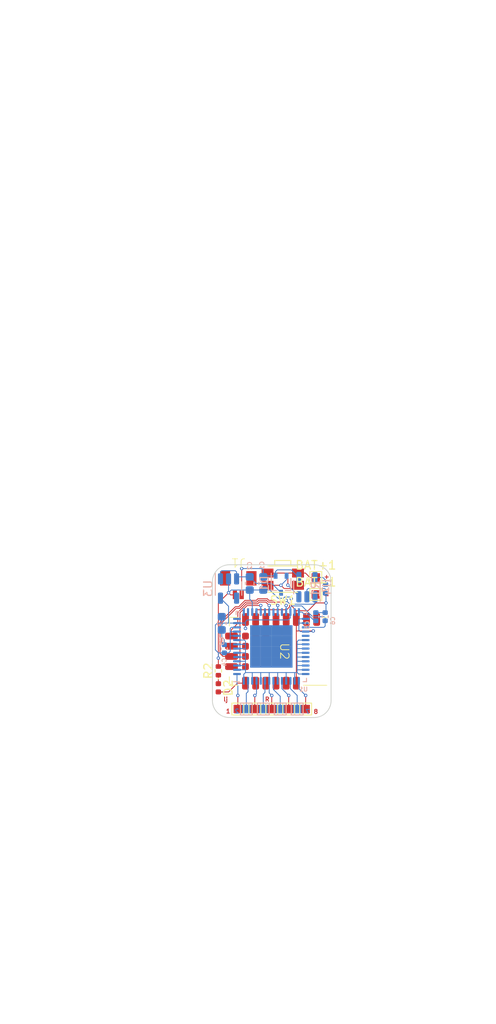
<source format=kicad_pcb>
(kicad_pcb (version 20221018) (generator pcbnew)
  (title_block (title "Anolis Brain Interface") (date "2023-11-20") (rev "0.1.0"))
  (layers (0 "F.Cu" signal) (31 "B.Cu" signal) (34 "B.Paste" user) (35 "F.Paste" user) (38 "B.Mask" user) (39 "F.Mask" user) (44 "Edge.Cuts" user))
  (net 0 "")
  (net 19 "/GND")
  (net 20 "/VDD")
  (net 21 "/RHD_~{CS}")
  (net 22 "/RHD_SCLK")
  (net 23 "/RHD_MOSI")
  (net 24 "/RHD_MISO")
  (net 25 "/SWDCLK")
  (net 26 "/SWDIO")
  (net 28 "Net-(U1-ADC_REF)")
  (net 29 "Net-(U1-IN4+)")
  (net 30 "Net-(U1-IN5+)")
  (net 31 "Net-(U1-IN6+)")
  (net 32 "Net-(U1-IN7+)")
  (net 33 "Net-(U1-IN8+)")
  (net 34 "Net-(U1-IN9+)")
  (net 35 "Net-(U1-IN10+)")
  (net 36 "Net-(U1-IN11+)")
  (net 37 "Net-(U1-IN0+)")
  (net 38 "Net-(U4-PROG)")
  (net 39 "Net-(SW1-B)")
  (net 40 "/5V")
  (net 41 "Net-(SW1-A)")
  (net 42 "/~{CHRG}")
  (net 43 "Net-(D2-K)")
  (net 44 "Net-(D2-A)")
  (net 45 "Net-(U3-IN)")
  (footprint "TestPoint:TestPoint_Pad_1.0x1.0mm" (layer "F.Cu") (at 133 98)
    (fp_text reference "REF1" hide)
    (fp_text value "TestPoint")
    (pad "1" smd rect (at 0 0) (size 1 1) (layers "F.Cu" "F.Mask") (net 37 "Net-(U1-IN0+)"))
  )
  (footprint "LED_SMD:LED_0402_1005Metric" (layer "F.Cu") (at 126.7 95.5 -90)
    (fp_text reference "D2" (at 0 -1.17 90) (layer "F.SilkS"))
    (fp_text value "LED")
    (pad "1" smd roundrect (at -0.485 0 270) (size 0.59 0.64) (layers "F.Cu" "F.Paste" "F.Mask") (net 43 "Net-(D2-K)"))
    (pad "2" smd roundrect (at 0.485 0 270) (size 0.59 0.64) (layers "F.Cu" "F.Paste" "F.Mask") (net 44 "Net-(D2-A)"))
  )
  (footprint "setebos:setebos-no-drc" (layer "F.Cu") (at 134 91.2 -90)
    (fp_text reference "U2" (at 0 -0.5 -90 unlocked) (layer "F.SilkS") (effects (font (thickness 0.1))))
    (fp_text value "Setebos-I")
    (pad "1" smd roundrect (at -3.75 -4.3 270) (size 1.5 0.8) (layers "F.Cu" "F.Paste" "F.Mask"))
    (pad "2" smd roundrect (at -3.75 -3.1 270) (size 1.5 0.8) (layers "F.Cu" "F.Paste" "F.Mask"))
    (pad "3" smd roundrect (at -3.75 -1.9 270) (size 1.5 0.8) (layers "F.Cu" "F.Paste" "F.Mask") (net 19 "/GND"))
    (pad "4" smd roundrect (at -3.75 -0.7 270) (size 1.5 0.8) (layers "F.Cu" "F.Paste" "F.Mask") (net 25 "/SWDCLK"))
    (pad "5" smd roundrect (at -3.75 0.5 270) (size 1.5 0.8) (layers "F.Cu" "F.Paste" "F.Mask") (net 26 "/SWDIO"))
    (pad "6" smd roundrect (at -3.75 1.7 270) (size 1.5 0.8) (layers "F.Cu" "F.Paste" "F.Mask"))
    (pad "7" smd roundrect (at -3.75 2.9 270) (size 1.5 0.8) (layers "F.Cu" "F.Paste" "F.Mask") (net 42 "/~{CHRG}"))
    (pad "8" smd roundrect (at -3.75 4.1 270) (size 1.5 0.8) (layers "F.Cu" "F.Paste" "F.Mask") (net 20 "/VDD"))
    (pad "9" smd roundrect (at -1.8 5.75) (size 1.5 0.8) (layers "F.Cu" "F.Paste" "F.Mask") (net 22 "/RHD_SCLK"))
    (pad "10" smd roundrect (at -0.6 5.75) (size 1.5 0.8) (layers "F.Cu" "F.Paste" "F.Mask") (net 23 "/RHD_MOSI"))
    (pad "11" smd roundrect (at 0.6 5.75) (size 1.5 0.8) (layers "F.Cu" "F.Paste" "F.Mask") (net 24 "/RHD_MISO"))
    (pad "12" smd roundrect (at 1.8 5.75) (size 1.5 0.8) (layers "F.Cu" "F.Paste" "F.Mask") (net 21 "/RHD_~{CS}"))
    (pad "13" smd roundrect (at 3.75 4.1 90) (size 1.5 0.8) (layers "F.Cu" "F.Paste" "F.Mask") (net 44 "Net-(D2-A)"))
    (pad "14" smd roundrect (at 3.75 2.9 90) (size 1.5 0.8) (layers "F.Cu" "F.Paste" "F.Mask"))
    (pad "15" smd roundrect (at 3.75 1.7 90) (size 1.5 0.8) (layers "F.Cu" "F.Paste" "F.Mask"))
    (pad "16" smd roundrect (at 3.75 0.5 90) (size 1.5 0.8) (layers "F.Cu" "F.Paste" "F.Mask"))
    (pad "17" smd roundrect (at 3.75 -0.7 90) (size 1.5 0.8) (layers "F.Cu" "F.Paste" "F.Mask"))
    (pad "18" smd roundrect (at 3.75 -1.9 90) (size 1.5 0.8) (layers "F.Cu" "F.Paste" "F.Mask") (net 19 "/GND"))
    (pad "B1" smd roundrect (at -1.8 1.7 90) (size 0.8 0.8) (layers "F.Cu" "F.Paste" "F.Mask"))
    (pad "B2" smd roundrect (at -1.8 2.9 90) (size 0.8 0.8) (layers "F.Cu" "F.Paste" "F.Mask"))
    (pad "B3" smd roundrect (at -1.8 4.1 90) (size 0.8 0.8) (layers "F.Cu" "F.Paste" "F.Mask"))
    (pad "B4" smd roundrect (at -0.6 4.1 90) (size 0.8 0.8) (layers "F.Cu" "F.Paste" "F.Mask"))
    (pad "B5" smd roundrect (at 0.6 4.1 90) (size 0.8 0.8) (layers "F.Cu" "F.Paste" "F.Mask"))
    (pad "B6" smd roundrect (at 1.8 4.1 90) (size 0.8 0.8) (layers "F.Cu" "F.Paste" "F.Mask"))
  )
  (footprint "TestPoint:TestPoint_Pad_1.0x1.0mm" (layer "F.Cu") (at 135 98)
    (fp_text reference "IN6" hide)
    (fp_text value "TestPoint")
    (pad "1" smd rect (at 0 0) (size 1 1) (layers "F.Cu" "F.Mask") (net 34 "Net-(U1-IN9+)"))
  )
  (footprint "zero-hachi:214721-0020" (layer "F.Cu") (at 129.05 81.75 180)
    (fp_text reference "J1" (at 0 1 180 unlocked) (layer "F.SilkS") (effects (font (thickness 0.1))))
    (fp_text value "214721-0020")
    (pad "1" smd rect (at -0.4 -2.8 180) (size 0.5 1) (layers "F.Cu" "F.Paste" "F.Mask") (net 40 "/5V"))
    (pad "2" smd rect (at 0.4 -2.8 180) (size 0.5 1) (layers "F.Cu" "F.Paste" "F.Mask") (net 19 "/GND"))
    (pad "A" smd rect (at -1.55 -0.85 180) (size 1.2 1.7) (layers "F.Cu" "F.Paste" "F.Mask"))
    (pad "B" smd rect (at 1.55 -0.85 180) (size 1.2 1.7) (layers "F.Cu" "F.Paste" "F.Mask"))
  )
  (footprint "TestPoint:TestPoint_Pad_1.0x1.0mm" (layer "F.Cu") (at 138.2 82.5)
    (fp_text reference "BAT+1" (at 0 -1.448) (layer "F.SilkS"))
    (fp_text value "TestPoint")
    (pad "1" smd rect (at 0 0) (size 1 1) (layers "F.Cu" "F.Mask") (net 39 "Net-(SW1-B)"))
  )
  (footprint "Resistor_SMD:R_0402_1005Metric" (layer "F.Cu") (at 126.7 93.5 90)
    (fp_text reference "R2" (at 0 -1.17 90) (layer "F.SilkS"))
    (fp_text value "1k")
    (pad "1" smd roundrect (at -0.51 0 90) (size 0.54 0.64) (layers "F.Cu" "F.Paste" "F.Mask") (net 43 "Net-(D2-K)"))
    (pad "2" smd roundrect (at 0.51 0 90) (size 0.54 0.64) (layers "F.Cu" "F.Paste" "F.Mask") (net 19 "/GND"))
  )
  (footprint "TestPoint:TestPoint_Pad_1.0x1.0mm" (layer "F.Cu") (at 129 98)
    (fp_text reference "IN1" hide)
    (fp_text value "TestPoint")
    (pad "1" smd rect (at 0 0) (size 1 1) (layers "F.Cu" "F.Mask") (net 29 "Net-(U1-IN4+)"))
  )
  (footprint "TestPoint:TestPoint_Pad_1.0x1.0mm" (layer "F.Cu") (at 131 98)
    (fp_text reference "IN3" hide)
    (fp_text value "TestPoint")
    (pad "1" smd rect (at 0 0) (size 1 1) (layers "F.Cu" "F.Mask") (net 31 "Net-(U1-IN6+)"))
  )
  (footprint "Button_Switch_SMD:SW_SPST_EVQP7A" (layer "F.Cu") (at 134.3 82.7 180)
    (fp_text reference "SW1" (at 0 -2.5) (layer "F.SilkS"))
    (fp_text value "EVQ-P7A01P ")
    (pad "1" smd rect (at -1.8 -0.72 180) (size 1.4 1.05) (layers "F.Cu" "F.Paste" "F.Mask") (net 41 "Net-(SW1-A)"))
    (pad "1" smd rect (at 1.8 -0.72 180) (size 1.4 1.05) (layers "F.Cu" "F.Paste" "F.Mask") (net 41 "Net-(SW1-A)"))
    (pad "2" smd rect (at -1.8 0.72 180) (size 1.4 1.05) (layers "F.Cu" "F.Paste" "F.Mask") (net 39 "Net-(SW1-B)"))
    (pad "2" smd rect (at 1.8 0.72 180) (size 1.4 1.05) (layers "F.Cu" "F.Paste" "F.Mask") (net 39 "Net-(SW1-B)"))
  )
  (footprint "TestPoint:TestPoint_Pad_1.0x1.0mm" (layer "F.Cu") (at 137 98)
    (fp_text reference "IN8" hide)
    (fp_text value "TestPoint")
    (pad "1" smd rect (at 0 0) (size 1 1) (layers "F.Cu" "F.Mask") (net 36 "Net-(U1-IN11+)"))
  )
  (footprint "TestPoint:TestPoint_Pad_1.0x1.0mm" (layer "F.Cu") (at 138.2 84.5)
    (fp_text reference "BAT-1" (at 0 -1.448) (layer "F.SilkS"))
    (fp_text value "TestPoint")
    (pad "1" smd rect (at 0 0) (size 1 1) (layers "F.Cu" "F.Mask") (net 19 "/GND"))
  )
  (footprint "Capacitor_SMD:C_0603_1608Metric" (layer "B.Cu") (at 132 83.2 -90)
    (fp_text reference "C1" (at -2.125 0.15 90) (layer "B.SilkS") (effects (font (size 0.5 0.5) (thickness 0.1) bold) (justify mirror)))
    (fp_text value "10µF, 16V")
    (pad "1" smd roundrect (at -0.775 0 270) (size 0.9 0.95) (layers "B.Cu" "B.Paste" "B.Mask") (net 40 "/5V"))
    (pad "2" smd roundrect (at 0.775 0 270) (size 0.9 0.95) (layers "B.Cu" "B.Paste" "B.Mask") (net 19 "/GND"))
  )
  (footprint "Package_TO_SOT_SMD:TSOT-23-5" (layer "B.Cu") (at 137.15 83.6375 90)
    (fp_text reference "U4" (at 0 2.4 90) (layer "B.SilkS") (effects (justify mirror)))
    (fp_text value "LTC4054ES5-4.2")
    (pad "1" smd roundrect (at -1.1375 0.95 90) (size 1.325 0.6) (layers "B.Cu" "B.Paste" "B.Mask") (net 42 "/~{CHRG}"))
    (pad "2" smd roundrect (at -1.1375 0 90) (size 1.325 0.6) (layers "B.Cu" "B.Paste" "B.Mask") (net 19 "/GND"))
    (pad "3" smd roundrect (at -1.1375 -0.95 90) (size 1.325 0.6) (layers "B.Cu" "B.Paste" "B.Mask") (net 39 "Net-(SW1-B)"))
    (pad "4" smd roundrect (at 1.1375 -0.95 90) (size 1.325 0.6) (layers "B.Cu" "B.Paste" "B.Mask") (net 40 "/5V"))
    (pad "5" smd roundrect (at 1.1375 0.95 90) (size 1.325 0.6) (layers "B.Cu" "B.Paste" "B.Mask") (net 38 "Net-(U4-PROG)"))
  )
  (footprint "Capacitor_SMD:C_0603_1608Metric" (layer "B.Cu") (at 127.1 87.9 90)
    (fp_text reference "C3" (at -2.075 0.025 90) (layer "B.SilkS") (effects (font (size 0.5 0.5) (thickness 0.1) bold) (justify mirror)))
    (fp_text value "10µF, 16V")
    (pad "1" smd roundrect (at -0.775 0 90) (size 0.9 0.95) (layers "B.Cu" "B.Paste" "B.Mask") (net 20 "/VDD"))
    (pad "2" smd roundrect (at 0.775 0 90) (size 0.9 0.95) (layers "B.Cu" "B.Paste" "B.Mask") (net 19 "/GND"))
  )
  (footprint "Capacitor_SMD:C_0402_1005Metric" (layer "B.Cu") (at 127.4 90.9 -90)
    (fp_text reference "C4" (at 1.58 0 90) (layer "B.SilkS") (effects (font (size 0.5 0.5) (thickness 0.1) bold) (justify mirror)))
    (fp_text value "100nF, 16V")
    (pad "1" smd roundrect (at -0.48 0 270) (size 0.56 0.62) (layers "B.Cu" "B.Paste" "B.Mask") (net 20 "/VDD"))
    (pad "2" smd roundrect (at 0.48 0 270) (size 0.56 0.62) (layers "B.Cu" "B.Paste" "B.Mask") (net 19 "/GND"))
  )
  (footprint "Capacitor_SMD:C_0402_1005Metric" (layer "B.Cu") (at 138.2 87.12 90)
    (fp_text reference "C5" (at -0.98 -1 90) (layer "B.SilkS") (effects (font (size 0.5 0.5) (thickness 0.1) bold) (justify mirror)))
    (fp_text value "10nF, 16V")
    (pad "1" smd roundrect (at -0.48 0 90) (size 0.56 0.62) (layers "B.Cu" "B.Paste" "B.Mask") (net 28 "Net-(U1-ADC_REF)"))
    (pad "2" smd roundrect (at 0.48 0 90) (size 0.56 0.62) (layers "B.Cu" "B.Paste" "B.Mask") (net 19 "/GND"))
  )
  (footprint "Capacitor_SMD:C_0603_1608Metric" (layer "B.Cu") (at 130.4 83.2 -90)
    (fp_text reference "C2" (at -2.075 0 90) (layer "B.SilkS") (effects (font (size 0.5 0.5) (thickness 0.1) bold) (justify mirror)))
    (fp_text value "10µF, 16V")
    (pad "1" smd roundrect (at -0.775 0 270) (size 0.9 0.95) (layers "B.Cu" "B.Paste" "B.Mask") (net 45 "Net-(U3-IN)"))
    (pad "2" smd roundrect (at 0.775 0 270) (size 0.9 0.95) (layers "B.Cu" "B.Paste" "B.Mask") (net 19 "/GND"))
  )
  (footprint "Resistor_SMD:R_0402_1005Metric" (layer "B.Cu") (at 139.35 83.85 -90)
    (fp_text reference "R1" (at 0 1.17 90) (layer "B.SilkS") (effects (justify mirror)))
    (fp_text value "50k")
    (pad "1" smd roundrect (at -0.51 0 270) (size 0.54 0.64) (layers "B.Cu" "B.Paste" "B.Mask") (net 38 "Net-(U4-PROG)"))
    (pad "2" smd roundrect (at 0.51 0 270) (size 0.54 0.64) (layers "B.Cu" "B.Paste" "B.Mask") (net 19 "/GND"))
  )
  (footprint "Package_TO_SOT_SMD:SOT-323_SC-70" (layer "B.Cu") (at 134.1 83.3 -90)
    (fp_text reference "D1" (at -0.05 1.95 90) (layer "B.SilkS") (effects (justify mirror)))
    (fp_text value "BAT54CW")
    (pad "1" smd rect (at -1 0.65) (size 0.45 0.7) (layers "B.Cu" "B.Paste" "B.Mask") (net 40 "/5V"))
    (pad "2" smd rect (at -1 -0.65) (size 0.45 0.7) (layers "B.Cu" "B.Paste" "B.Mask") (net 41 "Net-(SW1-A)"))
    (pad "3" smd rect (at 1 0) (size 0.45 0.7) (layers "B.Cu" "B.Paste" "B.Mask") (net 45 "Net-(U3-IN)"))
  )
  (footprint "TestPoint:TestPoint_Pad_1.0x1.0mm" (layer "B.Cu") (at 132 98 180)
    (fp_text reference "IN4" hide)
    (fp_text value "TestPoint")
    (pad "1" smd rect (at 0 0 180) (size 1 1) (layers "B.Cu" "B.Mask") (net 32 "Net-(U1-IN7+)"))
  )
  (footprint "Package_TO_SOT_SMD:TSOT-23-5" (layer "B.Cu") (at 127.9 83.8 -90)
    (fp_text reference "U3" (at 0 2.4 90) (layer "B.SilkS") (effects (justify mirror)))
    (fp_text value "TPS70933")
    (pad "1" smd roundrect (at -1.1375 0.95 270) (size 1.325 0.6) (layers "B.Cu" "B.Paste" "B.Mask") (net 45 "Net-(U3-IN)"))
    (pad "2" smd roundrect (at -1.1375 0 270) (size 1.325 0.6) (layers "B.Cu" "B.Paste" "B.Mask") (net 19 "/GND"))
    (pad "3" smd roundrect (at -1.1375 -0.95 270) (size 1.325 0.6) (layers "B.Cu" "B.Paste" "B.Mask"))
    (pad "4" smd roundrect (at 1.1375 -0.95 270) (size 1.325 0.6) (layers "B.Cu" "B.Paste" "B.Mask"))
    (pad "5" smd roundrect (at 1.1375 0.95 270) (size 1.325 0.6) (layers "B.Cu" "B.Paste" "B.Mask") (net 20 "/VDD"))
  )
  (footprint "Capacitor_SMD:C_0402_1005Metric" (layer "B.Cu") (at 139.3 87.12 90)
    (fp_text reference "C6" (at -0.48 0.9 90) (layer "B.SilkS") (effects (font (size 0.5 0.5) (thickness 0.1) bold) (justify mirror)))
    (fp_text value "100nF, 16V")
    (pad "1" smd roundrect (at -0.48 0 90) (size 0.56 0.62) (layers "B.Cu" "B.Paste" "B.Mask") (net 20 "/VDD"))
    (pad "2" smd roundrect (at 0.48 0 90) (size 0.56 0.62) (layers "B.Cu" "B.Paste" "B.Mask") (net 19 "/GND"))
  )
  (footprint "intan:QFN-56-EP" (layer "B.Cu") (at 132.95 90.625)
    (fp_text reference "U1" (at 3.8 5.05) (layer "B.SilkS") (effects (font (size 0.5 0.5) (thickness 0.1) bold) (justify mirror)))
    (fp_text value "RHD2216")
    (pad "1" smd roundrect (at -4.05 3.25 270) (size 0.25 0.9) (layers "B.Cu" "B.Paste" "B.Mask") (net 29 "Net-(U1-IN4+)"))
    (pad "2" smd roundrect (at -4.05 2.75 270) (size 0.25 0.9) (layers "B.Cu" "B.Paste" "B.Mask") (net 37 "Net-(U1-IN0+)"))
    (pad "3" smd roundrect (at -4.05 2.25 270) (size 0.25 0.9) (layers "B.Cu" "B.Paste" "B.Mask") (net 37 "Net-(U1-IN0+)"))
    (pad "4" smd roundrect (at -4.05 1.75 270) (size 0.25 0.9) (layers "B.Cu" "B.Paste" "B.Mask") (net 37 "Net-(U1-IN0+)"))
    (pad "5" smd roundrect (at -4.05 1.25 270) (size 0.25 0.9) (layers "B.Cu" "B.Paste" "B.Mask") (net 37 "Net-(U1-IN0+)"))
    (pad "6" smd roundrect (at -4.05 0.75 270) (size 0.25 0.9) (layers "B.Cu" "B.Paste" "B.Mask") (net 37 "Net-(U1-IN0+)"))
    (pad "7" smd roundrect (at -4.05 0.25 270) (size 0.25 0.9) (layers "B.Cu" "B.Paste" "B.Mask") (net 37 "Net-(U1-IN0+)"))
    (pad "8" smd roundrect (at -4.05 -0.25 270) (size 0.25 0.9) (layers "B.Cu" "B.Paste" "B.Mask") (net 37 "Net-(U1-IN0+)"))
    (pad "9" smd roundrect (at -4.05 -0.75 270) (size 0.25 0.9) (layers "B.Cu" "B.Paste" "B.Mask") (net 37 "Net-(U1-IN0+)"))
    (pad "10" smd roundrect (at -4.05 -1.25 270) (size 0.25 0.9) (layers "B.Cu" "B.Paste" "B.Mask") (net 19 "/GND"))
    (pad "11" smd roundrect (at -4.05 -1.75 270) (size 0.25 0.9) (layers "B.Cu" "B.Paste" "B.Mask") (net 19 "/GND"))
    (pad "12" smd roundrect (at -4.05 -2.25 270) (size 0.25 0.9) (layers "B.Cu" "B.Paste" "B.Mask") (net 19 "/GND"))
    (pad "13" smd roundrect (at -4.05 -2.75 270) (size 0.25 0.9) (layers "B.Cu" "B.Paste" "B.Mask") (net 20 "/VDD"))
    (pad "14" smd roundrect (at -4.05 -3.25 270) (size 0.25 0.9) (layers "B.Cu" "B.Paste" "B.Mask"))
    (pad "15" smd roundrect (at -3.25 -4.05) (size 0.25 0.9) (layers "B.Cu" "B.Paste" "B.Mask"))
    (pad "16" smd roundrect (at -2.75 -4.05) (size 0.25 0.9) (layers "B.Cu" "B.Paste" "B.Mask"))
    (pad "17" smd roundrect (at -2.25 -4.05) (size 0.25 0.9) (layers "B.Cu" "B.Paste" "B.Mask") (net 19 "/GND"))
    (pad "18" smd roundrect (at -1.75 -4.05) (size 0.25 0.9) (layers "B.Cu" "B.Paste" "B.Mask"))
    (pad "19" smd roundrect (at -1.25 -4.05) (size 0.25 0.9) (layers "B.Cu" "B.Paste" "B.Mask") (net 21 "/RHD_~{CS}"))
    (pad "20" smd roundrect (at -0.75 -4.05) (size 0.25 0.9) (layers "B.Cu" "B.Paste" "B.Mask"))
    (pad "21" smd roundrect (at -0.25 -4.05) (size 0.25 0.9) (layers "B.Cu" "B.Paste" "B.Mask") (net 22 "/RHD_SCLK"))
    (pad "22" smd roundrect (at 0.25 -4.05) (size 0.25 0.9) (layers "B.Cu" "B.Paste" "B.Mask"))
    (pad "23" smd roundrect (at 0.75 -4.05) (size 0.25 0.9) (layers "B.Cu" "B.Paste" "B.Mask") (net 23 "/RHD_MOSI"))
    (pad "24" smd roundrect (at 1.25 -4.05) (size 0.25 0.9) (layers "B.Cu" "B.Paste" "B.Mask"))
    (pad "25" smd roundrect (at 1.75 -4.05) (size 0.25 0.9) (layers "B.Cu" "B.Paste" "B.Mask") (net 24 "/RHD_MISO"))
    (pad "26" smd roundrect (at 2.25 -4.05) (size 0.25 0.9) (layers "B.Cu" "B.Paste" "B.Mask") (net 20 "/VDD"))
    (pad "27" smd roundrect (at 2.75 -4.05) (size 0.25 0.9) (layers "B.Cu" "B.Paste" "B.Mask"))
    (pad "28" smd roundrect (at 3.25 -4.05) (size 0.25 0.9) (layers "B.Cu" "B.Paste" "B.Mask") (net 28 "Net-(U1-ADC_REF)"))
    (pad "29" smd roundrect (at 4.05 -3.25 270) (size 0.25 0.9) (layers "B.Cu" "B.Paste" "B.Mask") (net 19 "/GND"))
    (pad "30" smd roundrect (at 4.05 -2.75 270) (size 0.25 0.9) (layers "B.Cu" "B.Paste" "B.Mask") (net 19 "/GND"))
    (pad "31" smd roundrect (at 4.05 -2.25 270) (size 0.25 0.9) (layers "B.Cu" "B.Paste" "B.Mask") (net 20 "/VDD"))
    (pad "32" smd roundrect (at 4.05 -1.75 270) (size 0.25 0.9) (layers "B.Cu" "B.Paste" "B.Mask") (net 19 "/GND"))
    (pad "33" smd roundrect (at 4.05 -1.25 270) (size 0.25 0.9) (layers "B.Cu" "B.Paste" "B.Mask"))
    (pad "34" smd roundrect (at 4.05 -0.75 270) (size 0.25 0.9) (layers "B.Cu" "B.Paste" "B.Mask") (net 37 "Net-(U1-IN0+)"))
    (pad "35" smd roundrect (at 4.05 -0.25 270) (size 0.25 0.9) (layers "B.Cu" "B.Paste" "B.Mask") (net 37 "Net-(U1-IN0+)"))
    (pad "36" smd roundrect (at 4.05 0.25 270) (size 0.25 0.9) (layers "B.Cu" "B.Paste" "B.Mask") (net 37 "Net-(U1-IN0+)"))
    (pad "37" smd roundrect (at 4.05 0.75 270) (size 0.25 0.9) (layers "B.Cu" "B.Paste" "B.Mask") (net 37 "Net-(U1-IN0+)"))
    (pad "38" smd roundrect (at 4.05 1.25 270) (size 0.25 0.9) (layers "B.Cu" "B.Paste" "B.Mask") (net 37 "Net-(U1-IN0+)"))
    (pad "39" smd roundrect (at 4.05 1.75 270) (size 0.25 0.9) (layers "B.Cu" "B.Paste" "B.Mask") (net 37 "Net-(U1-IN0+)"))
    (pad "40" smd roundrect (at 4.05 2.25 270) (size 0.25 0.9) (layers "B.Cu" "B.Paste" "B.Mask") (net 37 "Net-(U1-IN0+)"))
    (pad "41" smd roundrect (at 4.05 2.75 270) (size 0.25 0.9) (layers "B.Cu" "B.Paste" "B.Mask") (net 37 "Net-(U1-IN0+)"))
    (pad "42" smd roundrect (at 4.05 3.25 270) (size 0.25 0.9) (layers "B.Cu" "B.Paste" "B.Mask") (net 37 "Net-(U1-IN0+)"))
    (pad "43" smd roundrect (at 3.25 4.05) (size 0.25 0.9) (layers "B.Cu" "B.Paste" "B.Mask") (net 36 "Net-(U1-IN11+)"))
    (pad "44" smd roundrect (at 2.75 4.05) (size 0.25 0.9) (layers "B.Cu" "B.Paste" "B.Mask") (net 37 "Net-(U1-IN0+)"))
    (pad "45" smd roundrect (at 2.25 4.05) (size 0.25 0.9) (layers "B.Cu" "B.Paste" "B.Mask") (net 35 "Net-(U1-IN10+)"))
    (pad "46" smd roundrect (at 1.75 4.05) (size 0.25 0.9) (layers "B.Cu" "B.Paste" "B.Mask") (net 37 "Net-(U1-IN0+)"))
    (pad "47" smd roundrect (at 1.25 4.05) (size 0.25 0.9) (layers "B.Cu" "B.Paste" "B.Mask") (net 34 "Net-(U1-IN9+)"))
    (pad "48" smd roundrect (at 0.75 4.05) (size 0.25 0.9) (layers "B.Cu" "B.Paste" "B.Mask") (net 37 "Net-(U1-IN0+)"))
    (pad "49" smd roundrect (at 0.25 4.05) (size 0.25 0.9) (layers "B.Cu" "B.Paste" "B.Mask") (net 33 "Net-(U1-IN8+)"))
    (pad "50" smd roundrect (at -0.25 4.05) (size 0.25 0.9) (layers "B.Cu" "B.Paste" "B.Mask") (net 37 "Net-(U1-IN0+)"))
    (pad "51" smd roundrect (at -0.75 4.05) (size 0.25 0.9) (layers "B.Cu" "B.Paste" "B.Mask") (net 32 "Net-(U1-IN7+)"))
    (pad "52" smd roundrect (at -1.25 4.05) (size 0.25 0.9) (layers "B.Cu" "B.Paste" "B.Mask") (net 37 "Net-(U1-IN0+)"))
    (pad "53" smd roundrect (at -1.75 4.05) (size 0.25 0.9) (layers "B.Cu" "B.Paste" "B.Mask") (net 31 "Net-(U1-IN6+)"))
    (pad "54" smd roundrect (at -2.25 4.05) (size 0.25 0.9) (layers "B.Cu" "B.Paste" "B.Mask") (net 37 "Net-(U1-IN0+)"))
    (pad "55" smd roundrect (at -2.75 4.05) (size 0.25 0.9) (layers "B.Cu" "B.Paste" "B.Mask") (net 30 "Net-(U1-IN5+)"))
    (pad "56" smd roundrect (at -3.25 4.05) (size 0.25 0.9) (layers "B.Cu" "B.Paste" "B.Mask") (net 37 "Net-(U1-IN0+)"))
    (pad "57" smd rect (at -1.875 -1.875) (size 1.25 1.25) (layers "B.Cu" "B.Paste" "B.Mask"))
    (pad "57" smd rect (at -1.875 -0.625) (size 1.25 1.25) (layers "B.Cu" "B.Paste" "B.Mask"))
    (pad "57" smd rect (at -1.875 0.625) (size 1.25 1.25) (layers "B.Cu" "B.Paste" "B.Mask"))
    (pad "57" smd rect (at -1.875 1.875) (size 1.25 1.25) (layers "B.Cu" "B.Paste" "B.Mask"))
    (pad "57" smd rect (at -0.625 -1.875) (size 1.25 1.25) (layers "B.Cu" "B.Paste" "B.Mask"))
    (pad "57" smd rect (at -0.625 -0.625) (size 1.25 1.25) (layers "B.Cu" "B.Paste" "B.Mask"))
    (pad "57" smd rect (at -0.625 0.625) (size 1.25 1.25) (layers "B.Cu" "B.Paste" "B.Mask"))
    (pad "57" smd rect (at -0.625 1.875) (size 1.25 1.25) (layers "B.Cu" "B.Paste" "B.Mask"))
    (pad "57" smd rect (at 0.625 -1.875) (size 1.25 1.25) (layers "B.Cu" "B.Paste" "B.Mask"))
    (pad "57" smd rect (at 0.625 -0.625) (size 1.25 1.25) (layers "B.Cu" "B.Paste" "B.Mask"))
    (pad "57" smd rect (at 0.625 0.625) (size 1.25 1.25) (layers "B.Cu" "B.Paste" "B.Mask"))
    (pad "57" smd rect (at 0.625 1.875) (size 1.25 1.25) (layers "B.Cu" "B.Paste" "B.Mask"))
    (pad "57" smd rect (at 1.875 -1.875) (size 1.25 1.25) (layers "B.Cu" "B.Paste" "B.Mask"))
    (pad "57" smd rect (at 1.875 -0.625) (size 1.25 1.25) (layers "B.Cu" "B.Paste" "B.Mask"))
    (pad "57" smd rect (at 1.875 0.625) (size 1.25 1.25) (layers "B.Cu" "B.Paste" "B.Mask"))
    (pad "57" smd rect (at 1.875 1.875) (size 1.25 1.25) (layers "B.Cu" "B.Paste" "B.Mask"))
  )
  (footprint "TestPoint:TestPoint_Pad_1.0x1.0mm" (layer "B.Cu") (at 136 98 180)
    (fp_text reference "IN7" hide)
    (fp_text value "TestPoint")
    (pad "1" smd rect (at 0 0 180) (size 1 1) (layers "B.Cu" "B.Mask") (net 35 "Net-(U1-IN10+)"))
  )
  (footprint "TestPoint:TestPoint_Pad_1.0x1.0mm" (layer "B.Cu") (at 130 98 180)
    (fp_text reference "IN2" hide)
    (fp_text value "TestPoint")
    (pad "1" smd rect (at 0 0 180) (size 1 1) (layers "B.Cu" "B.Mask") (net 30 "Net-(U1-IN5+)"))
  )
  (footprint "TestPoint:TestPoint_Pad_1.0x1.0mm" (layer "B.Cu") (at 134 98 180)
    (fp_text reference "IN5" hide)
    (fp_text value "TestPoint")
    (pad "1" smd rect (at 0 0 180) (size 1 1) (layers "B.Cu" "B.Mask") (net 33 "Net-(U1-IN8+)"))
  )
  (gr_line (start 140 97) (end 140 83) (stroke (width 0.1)) (layer "Edge.Cuts"))
  (gr_arc (start 126 83) (mid 126.585786 81.585786) (end 128 81) (stroke (width 0.1)) (layer "Edge.Cuts"))
  (gr_line (start 126 97) (end 126 83) (stroke (width 0.1)) (layer "Edge.Cuts"))
  (gr_arc (start 140 97) (mid 139.414214 98.414214) (end 138 99) (stroke (width 0.1)) (layer "Edge.Cuts"))
  (gr_arc (start 138 81) (mid 139.414214 81.585786) (end 140 83) (stroke (width 0.1)) (layer "Edge.Cuts"))
  (gr_line (start 138 81) (end 128 81) (stroke (width 0.1)) (layer "Edge.Cuts"))
  (gr_line (start 138 99) (end 128 99) (stroke (width 0.1)) (layer "Edge.Cuts"))
  (gr_arc (start 128 99) (mid 126.585786 98.414214) (end 126 97) (stroke (width 0.1)) (layer "Edge.Cuts"))
  (gr_text "lj" (at 127.25 97.15) (layer "F.Cu") (effects (font (size 0.5 0.5) (thickness 0.1) bold) (justify left bottom)))
  (gr_text "8" (at 137.9 98.6) (layer "F.Cu") (effects (font (size 0.5 0.5) (thickness 0.1)) (justify left bottom)))
  (gr_text "-" (at 139.1 84.9) (layer "F.Cu") (effects (font (size 0.5 0.5) (thickness 0.1)) (justify left bottom)))
  (gr_text "1" (at 127.55 98.55) (layer "F.Cu") (effects (font (size 0.5 0.5) (thickness 0.1)) (justify left bottom)))
  (gr_text "R" (at 132.15 97.15) (layer "F.Cu") (effects (font (size 0.5 0.5) (thickness 0.1)) (justify left bottom)))
  (gr_text "+" (at 139.1 82.7) (layer "F.Cu") (effects (font (size 0.5 0.5) (thickness 0.1)) (justify left bottom)))
  (gr_text "2" (at 129.2 98.55) (layer "B.Cu") (effects (font (size 0.5 0.5) (thickness 0.1)) (justify left bottom mirror)))
  (gr_text "7" (at 137.55 98.6) (layer "B.Cu") (effects (font (size 0.5 0.5) (thickness 0.1)) (justify left bottom mirror)))
  (segment (start 133 83.2) (end 134.1 84.3) (width 0.1) (layer "B.Cu") (net 0))
  (segment (start 130.4 82.425) (end 129.0875 82.425) (width 0.1) (layer "B.Cu") (net 0))
  (segment (start 128.85 81.85) (end 128.7 81.7) (width 0.1) (layer "B.Cu") (net 0))
  (segment (start 128.85 82.6625) (end 128.85 81.85) (width 0.1) (layer "B.Cu") (net 0))
  (segment (start 128.7 81.7) (end 127.1 81.7) (width 0.1) (layer "B.Cu") (net 0))
  (segment (start 126.95 81.85) (end 127.1 81.7) (width 0.1) (layer "B.Cu") (net 0))
  (segment (start 131.175 83.2) (end 133 83.2) (width 0.1) (layer "B.Cu") (net 0))
  (segment (start 130.4 82.425) (end 131.175 83.2) (width 0.1) (layer "B.Cu") (net 0))
  (segment (start 129.0875 82.425) (end 128.85 82.6625) (width 0.1) (layer "B.Cu") (net 0))
  (segment (start 126.95 82.6625) (end 126.95 81.85) (width 0.1) (layer "B.Cu") (net 0))
  (segment (start 135.3 85) (end 135.3 85.8) (width 0.1) (layer "F.Cu") (net 19))
  (segment (start 135.3 85.8) (end 135.9 86.4) (width 0.1) (layer "F.Cu") (net 19))
  (segment (start 135.9 86.4) (end 135.9 87.45) (width 0.1) (layer "F.Cu") (net 19))
  (segment (start 135.9 88.8) (end 135.9 94.95) (width 0.1) (layer "F.Cu") (net 19))
  (segment (start 126.7 85.5) (end 127.9 84.3) (width 0.1) (layer "F.Cu") (net 19))
  (segment (start 137.9 88.8) (end 135.9 88.8) (width 0.1) (layer "F.Cu") (net 19))
  (segment (start 135.9 86.4) (end 137.3 86.4) (width 0.1) (layer "F.Cu") (net 19))
  (segment (start 139.4 85.5) (end 138.2 85.5) (width 0.1) (layer "F.Cu") (net 19))
  (segment (start 135.9 87.45) (end 135.9 88.8) (width 0.1) (layer "F.Cu") (net 19))
  (segment (start 126.7 92) (end 126.7 92.99) (width 0.1) (layer "F.Cu") (net 19))
  (segment (start 126.7 92) (end 126.7 85.5) (width 0.1) (layer "F.Cu") (net 19))
  (segment (start 128.15 84.55) (end 127.9 84.3) (width 0.1) (layer "F.Cu") (net 19))
  (segment (start 137.3 86.4) (end 138.2 85.5) (width 0.1) (layer "F.Cu") (net 19))
  (segment (start 138.2 85.5) (end 138.2 84.5) (width 0.1) (layer "F.Cu") (net 19))
  (segment (start 128.65 84.55) (end 128.15 84.55) (width 0.1) (layer "F.Cu") (net 19))
  (via (at 135.3 85) (size 0.4) (drill 0.2) (layers "F.Cu" "B.Cu") (net 19))
  (via (at 126.7 92) (size 0.4) (drill 0.2) (layers "F.Cu" "B.Cu") (net 19))
  (via (at 137.9 88.8) (size 0.4) (drill 0.2) (layers "F.Cu" "B.Cu") (net 19))
  (via (at 139.4 85.5) (size 0.4) (drill 0.2) (layers "F.Cu" "B.Cu") (net 19))
  (via (at 127.9 84.3) (size 0.4) (drill 0.2) (layers "F.Cu" "B.Cu") (net 19))
  (segment (start 128.1 88.5) (end 128.225 88.375) (width 0.1) (layer "B.Cu") (net 19))
  (segment (start 127.4 91.38) (end 127.92 91.38) (width 0.1) (layer "B.Cu") (net 19))
  (segment (start 128.1 91.2) (end 128.1 89.4) (width 0.1) (layer "B.Cu") (net 19))
  (segment (start 126.35 88.1) (end 126.55 87.9) (width 0.1) (layer "B.Cu") (net 19))
  (segment (start 136.325 87.375) (end 137 87.375) (width 0.1) (layer "B.Cu") (net 19))
  (segment (start 137 88.875) (end 136.375 88.875) (width 0.1) (layer "B.Cu") (net 19))
  (segment (start 137 87.875) (end 136.225 87.875) (width 0.1) (layer "B.Cu") (net 19))
  (segment (start 130.4 83.975) (end 130.4 85.05) (width 0.1) (layer "B.Cu") (net 19))
  (segment (start 139.25 83.8) (end 137.3 83.8) (width 0.1) (layer "B.Cu") (net 19))
  (segment (start 139.4 86.54) (end 139.3 86.64) (width 0.1) (layer "B.Cu") (net 19))
  (segment (start 126.55 87.9) (end 126.95 87.9) (width 0.1) (layer "B.Cu") (net 19))
  (segment (start 128.9 88.875) (end 128.125 88.875) (width 0.1) (layer "B.Cu") (net 19))
  (segment (start 130.7 85.35) (end 130.7 86.575) (width 0.1) (layer "B.Cu") (net 19))
  (segment (start 135.1 84.8) (end 135.3 85) (width 0.1) (layer "B.Cu") (net 19))
  (segment (start 128.125 89.375) (end 128.1 89.4) (width 0.1) (layer "B.Cu") (net 19))
  (segment (start 138.2 86.64) (end 139.3 86.64) (width 0.1) (layer "B.Cu") (net 19))
  (segment (start 134.534314 84.8) (end 135.1 84.8) (width 0.1) (layer "B.Cu") (net 19))
  (segment (start 130.4 85.05) (end 130.7 85.35) (width 0.1) (layer "B.Cu") (net 19))
  (segment (start 139.4 85.5) (end 139.4 86.54) (width 0.1) (layer "B.Cu") (net 19))
  (segment (start 137.9 88.8) (end 137.825 88.875) (width 0.1) (layer "B.Cu") (net 19))
  (segment (start 126.7 92) (end 126.7 91.38) (width 0.1) (layer "B.Cu") (net 19))
  (segment (start 127.9 82.6625) (end 127.9 83.5) (width 0.1) (layer "B.Cu") (net 19))
  (segment (start 136.2 87.5) (end 136.325 87.375) (width 0.1) (layer "B.Cu") (net 19))
  (segment (start 128.1 89.4) (end 128.1 88.9) (width 0.1) (layer "B.Cu") (net 19))
  (segment (start 128.9 89.375) (end 128.125 89.375) (width 0.1) (layer "B.Cu") (net 19))
  (segment (start 126.7 91.38) (end 126.35 91.03) (width 0.1) (layer "B.Cu") (net 19))
  (segment (start 126.35 91.03) (end 126.35 88.1) (width 0.1) (layer "B.Cu") (net 19))
  (segment (start 139.4 85.5) (end 139.4 83.95) (width 0.1) (layer "B.Cu") (net 19))
  (segment (start 132 83.975) (end 132.775 83.975) (width 0.1) (layer "B.Cu") (net 19))
  (segment (start 128.225 88.375) (end 128.9 88.375) (width 0.1) (layer "B.Cu") (net 19))
  (segment (start 137.825 88.875) (end 137 88.875) (width 0.1) (layer "B.Cu") (net 19))
  (segment (start 127.92 91.38) (end 128.1 91.2) (width 0.1) (layer "B.Cu") (net 19))
  (segment (start 127.1 87.75) (end 127.1 87.125) (width 0.1) (layer "B.Cu") (net 19))
  (segment (start 139.4 83.95) (end 139.25 83.8) (width 0.1) (layer "B.Cu") (net 19))
  (segment (start 128.1 88.9) (end 128.1 88.5) (width 0.1) (layer "B.Cu") (net 19))
  (segment (start 137.3 83.8) (end 137.15 83.95) (width 0.1) (layer "B.Cu") (net 19))
  (segment (start 127.9 84.3) (end 127.9 83.5) (width 0.1) (layer "B.Cu") (net 19))
  (segment (start 126.7 91.38) (end 127.4 91.38) (width 0.1) (layer "B.Cu") (net 19))
  (segment (start 136.225 87.875) (end 136.2 87.85) (width 0.1) (layer "B.Cu") (net 19))
  (segment (start 136.2 88.7) (end 136.2 87.5) (width 0.1) (layer "B.Cu") (net 19))
  (segment (start 126.95 87.9) (end 127.1 87.75) (width 0.1) (layer "B.Cu") (net 19))
  (segment (start 133.75 84.95) (end 134.384314 84.95) (width 0.1) (layer "B.Cu") (net 19))
  (segment (start 128.225 83.975) (end 127.9 84.3) (width 0.1) (layer "B.Cu") (net 19))
  (segment (start 132 83.975) (end 130.4 83.975) (width 0.1) (layer "B.Cu") (net 19))
  (segment (start 134.384314 84.95) (end 134.534314 84.8) (width 0.1) (layer "B.Cu") (net 19))
  (segment (start 138.135 86.575) (end 138.2 86.64) (width 0.1) (layer "B.Cu") (net 19))
  (segment (start 136.375 88.875) (end 136.2 88.7) (width 0.1) (layer "B.Cu") (net 19))
  (segment (start 137.15 83.95) (end 137.15 84.775) (width 0.1) (layer "B.Cu") (net 19))
  (segment (start 132.775 83.975) (end 133.75 84.95) (width 0.1) (layer "B.Cu") (net 19))
  (segment (start 130.4 83.975) (end 128.225 83.975) (width 0.1) (layer "B.Cu") (net 19))
  (segment (start 128.125 88.875) (end 128.1 88.9) (width 0.1) (layer "B.Cu") (net 19))
  (segment (start 129.9 87.45) (end 129.9 88.5) (width 0.1) (layer "F.Cu") (net 20))
  (via (at 129.9 88.5) (size 0.4) (drill 0.2) (layers "F.Cu" "B.Cu") (net 20))
  (segment (start 135.4 85.85) (end 136.55 85.85) (width 0.1) (layer "B.Cu") (net 20))
  (segment (start 135.2 86.575) (end 135.2 86.05) (width 0.1) (layer "B.Cu") (net 20))
  (segment (start 127.9 87.875) (end 127.275 87.875) (width 0.1) (layer "B.Cu") (net 20))
  (segment (start 137.825 87.125) (end 139.175 87.125) (width 0.1) (layer "B.Cu") (net 20))
  (segment (start 135.2 87.25) (end 134.95 87.5) (width 0.1) (layer "B.Cu") (net 20))
  (segment (start 136.55 85.85) (end 137.825 87.125) (width 0.1) (layer "B.Cu") (net 20))
  (segment (start 139.3 87.25) (end 139.3 87.6) (width 0.1) (layer "B.Cu") (net 20))
  (segment (start 127.9 85.8875) (end 127.9 87.875) (width 0.1) (layer "B.Cu") (net 20))
  (segment (start 130.1 87.5) (end 129.9 87.7) (width 0.1) (layer "B.Cu") (net 20))
  (segment (start 127.4 90.42) (end 127.4 89.8) (width 0.1) (layer "B.Cu") (net 20))
  (segment (start 129.9 88) (end 129.9 88.5) (width 0.1) (layer "B.Cu") (net 20))
  (segment (start 126.95 84.9375) (end 127.9 85.8875) (width 0.1) (layer "B.Cu") (net 20))
  (segment (start 129.9 87.875) (end 128.9 87.875) (width 0.1) (layer "B.Cu") (net 20))
  (segment (start 127.1 88.05) (end 127.1 88.675) (width 0.1) (layer "B.Cu") (net 20))
  (segment (start 139.3 88.225) (end 139.15 88.375) (width 0.1) (layer "B.Cu") (net 20))
  (segment (start 135.2 86.05) (end 135.4 85.85) (width 0.1) (layer "B.Cu") (net 20))
  (segment (start 129.9 88) (end 129.9 87.875) (width 0.1) (layer "B.Cu") (net 20))
  (segment (start 139.3 87.6) (end 139.3 88.225) (width 0.1) (layer "B.Cu") (net 20))
  (segment (start 127.4 89.8) (end 127.1 89.5) (width 0.1) (layer "B.Cu") (net 20))
  (segment (start 127.1 89.5) (end 127.1 88.675) (width 0.1) (layer "B.Cu") (net 20))
  (segment (start 135.2 86.575) (end 135.2 87.25) (width 0.1) (layer "B.Cu") (net 20))
  (segment (start 128.9 87.875) (end 127.9 87.875) (width 0.1) (layer "B.Cu") (net 20))
  (segment (start 139.175 87.125) (end 139.3 87.25) (width 0.1) (layer "B.Cu") (net 20))
  (segment (start 134.95 87.5) (end 130.1 87.5) (width 0.1) (layer "B.Cu") (net 20))
  (segment (start 137 88.375) (end 139.15 88.375) (width 0.1) (layer "B.Cu") (net 20))
  (segment (start 127.275 87.875) (end 127.1 88.05) (width 0.1) (layer "B.Cu") (net 20))
  (segment (start 129.9 87.7) (end 129.9 88) (width 0.1) (layer "B.Cu") (net 20))
  (segment (start 129.25 92.722487) (end 128.972487 93) (width 0.1) (layer "F.Cu") (net 21))
  (segment (start 128.972487 93) (end 128.25 93) (width 0.1) (layer "F.Cu") (net 21))
  (segment (start 131.7 85.8) (end 130.1 85.8) (width 0.1) (layer "F.Cu") (net 21))
  (segment (start 129.25 86.65) (end 129.25 92.722487) (width 0.1) (layer "F.Cu") (net 21))
  (segment (start 130.1 85.8) (end 129.25 86.65) (width 0.1) (layer "F.Cu") (net 21))
  (via (at 131.7 85.8) (size 0.4) (drill 0.2) (layers "F.Cu" "B.Cu") (net 21))
  (segment (start 131.7 85.8) (end 131.7 86.575) (width 0.1) (layer "B.Cu") (net 21))
  (segment (start 129 86.615684) (end 129 87.9) (width 0.1) (layer "F.Cu") (net 22))
  (segment (start 132.3 85.4) (end 131.534314 85.4) (width 0.1) (layer "F.Cu") (net 22))
  (segment (start 131.334314 85.6) (end 130.015684 85.6) (width 0.1) (layer "F.Cu") (net 22))
  (segment (start 131.534314 85.4) (end 131.334314 85.6) (width 0.1) (layer "F.Cu") (net 22))
  (segment (start 130.015684 85.6) (end 129 86.615684) (width 0.1) (layer "F.Cu") (net 22))
  (segment (start 132.7 85.8) (end 132.3 85.4) (width 0.1) (layer "F.Cu") (net 22))
  (segment (start 129 87.9) (end 128.25 88.65) (width 0.1) (layer "F.Cu") (net 22))
  (segment (start 128.25 88.65) (end 128.25 89.4) (width 0.1) (layer "F.Cu") (net 22))
  (via (at 132.7 85.8) (size 0.4) (drill 0.2) (layers "F.Cu" "B.Cu") (net 22))
  (segment (start 132.7 85.8) (end 132.7 86.575) (width 0.1) (layer "B.Cu") (net 22))
  (segment (start 131.451472 85.2) (end 131.251472 85.4) (width 0.1) (layer "F.Cu") (net 23))
  (segment (start 133.7 85.8) (end 133.3 85.4) (width 0.1) (layer "F.Cu") (net 23))
  (segment (start 127.1 87.832842) (end 127.1 90.4) (width 0.1) (layer "F.Cu") (net 23))
  (segment (start 127.1 90.4) (end 127.3 90.6) (width 0.1) (layer "F.Cu") (net 23))
  (segment (start 127.3 90.6) (end 128.25 90.6) (width 0.1) (layer "F.Cu") (net 23))
  (segment (start 133.3 85.4) (end 132.582842 85.4) (width 0.1) (layer "F.Cu") (net 23))
  (segment (start 132.582842 85.4) (end 132.382842 85.2) (width 0.1) (layer "F.Cu") (net 23))
  (segment (start 129.932842 85.4) (end 129.182842 86.15) (width 0.1) (layer "F.Cu") (net 23))
  (segment (start 131.251472 85.4) (end 129.932842 85.4) (width 0.1) (layer "F.Cu") (net 23))
  (segment (start 132.382842 85.2) (end 131.451472 85.2) (width 0.1) (layer "F.Cu") (net 23))
  (segment (start 129.182842 86.15) (end 128.782842 86.15) (width 0.1) (layer "F.Cu") (net 23))
  (segment (start 128.782842 86.15) (end 127.1 87.832842) (width 0.1) (layer "F.Cu") (net 23))
  (via (at 133.7 85.8) (size 0.4) (drill 0.2) (layers "F.Cu" "B.Cu") (net 23))
  (segment (start 133.7 86.575) (end 133.7 85.8) (width 0.1) (layer "B.Cu") (net 23))
  (segment (start 128.4 91.8) (end 128.25 91.8) (width 0.1) (layer "F.Cu") (net 24))
  (segment (start 126.9 87.75) (end 126.9 91.45) (width 0.1) (layer "F.Cu") (net 24))
  (segment (start 129.85 85.2) (end 129.1 85.95) (width 0.1) (layer "F.Cu") (net 24))
  (segment (start 133.582842 85.4) (end 133.382842 85.2) (width 0.1) (layer "F.Cu") (net 24))
  (segment (start 126.9 91.45) (end 127.25 91.8) (width 0.1) (layer "F.Cu") (net 24))
  (segment (start 131.16863 85.2) (end 129.85 85.2) (width 0.1) (layer "F.Cu") (net 24))
  (segment (start 131.36863 85) (end 131.16863 85.2) (width 0.1) (layer "F.Cu") (net 24))
  (segment (start 128.7 85.95) (end 126.9 87.75) (width 0.1) (layer "F.Cu") (net 24))
  (segment (start 129.1 85.95) (end 128.7 85.95) (width 0.1) (layer "F.Cu") (net 24))
  (segment (start 127.25 91.8) (end 128.25 91.8) (width 0.1) (layer "F.Cu") (net 24))
  (segment (start 132.665684 85.2) (end 132.465684 85) (width 0.1) (layer "F.Cu") (net 24))
  (segment (start 134.7 85.8) (end 134.3 85.4) (width 0.1) (layer "F.Cu") (net 24))
  (segment (start 133.382842 85.2) (end 132.665684 85.2) (width 0.1) (layer "F.Cu") (net 24))
  (segment (start 132.465684 85) (end 131.36863 85) (width 0.1) (layer "F.Cu") (net 24))
  (segment (start 134.3 85.4) (end 133.582842 85.4) (width 0.1) (layer "F.Cu") (net 24))
  (via (at 134.7 85.8) (size 0.4) (drill 0.2) (layers "F.Cu" "B.Cu") (net 24))
  (segment (start 134.7 86.575) (end 134.7 85.8) (width 0.1) (layer "B.Cu") (net 24))
  (segment (start 136.575 86.575) (end 136.85 86.85) (width 0.1) (layer "B.Cu") (net 28))
  (segment (start 138.017158 87.6) (end 138.2 87.6) (width 0.1) (layer "B.Cu") (net 28))
  (segment (start 137.267158 86.85) (end 138.017158 87.6) (width 0.1) (layer "B.Cu") (net 28))
  (segment (start 136.85 86.85) (end 137.267158 86.85) (width 0.1) (layer "B.Cu") (net 28))
  (segment (start 136.2 86.575) (end 136.575 86.575) (width 0.1) (layer "B.Cu") (net 28))
  (segment (start 129 98) (end 129 96.4) (width 0.1) (layer "F.Cu") (net 29))
  (via (at 129 96.4) (size 0.4) (drill 0.2) (layers "F.Cu" "B.Cu") (net 29))
  (segment (start 128.9 93.875) (end 128.9 95.1) (width 0.1) (layer "B.Cu") (net 29))
  (segment (start 129 95.2) (end 129 96.4) (width 0.1) (layer "B.Cu") (net 29))
  (segment (start 128.9 95.1) (end 129 95.2) (width 0.1) (layer "B.Cu") (net 29))
  (segment (start 130 98) (end 130 96.15) (width 0.1) (layer "B.Cu") (net 30))
  (segment (start 130.2 95.95) (end 130.2 94.675) (width 0.1) (layer "B.Cu") (net 30))
  (segment (start 130 96.15) (end 130.2 95.95) (width 0.1) (layer "B.Cu") (net 30))
  (segment (start 131 98) (end 131 96.4) (width 0.1) (layer "F.Cu") (net 31))
  (via (at 131 96.4) (size 0.4) (drill 0.2) (layers "F.Cu" "B.Cu") (net 31))
  (segment (start 131.2 96.2) (end 131.2 94.675) (width 0.1) (layer "B.Cu") (net 31))
  (segment (start 131 96.4) (end 131.2 96.2) (width 0.1) (layer "B.Cu") (net 31))
  (segment (start 132 98) (end 132 96.25) (width 0.1) (layer "B.Cu") (net 32))
  (segment (start 132 96.25) (end 132.2 96.05) (width 0.1) (layer "B.Cu") (net 32))
  (segment (start 132.2 96.05) (end 132.2 94.675) (width 0.1) (layer "B.Cu") (net 32))
  (segment (start 134 98) (end 134 96.5) (width 0.1) (layer "B.Cu") (net 33))
  (segment (start 134 96.5) (end 133.2 95.7) (width 0.1) (layer "B.Cu") (net 33))
  (segment (start 133.2 95.7) (end 133.2 94.675) (width 0.1) (layer "B.Cu") (net 33))
  (segment (start 135 98) (end 135 96.4) (width 0.1) (layer "F.Cu") (net 34))
  (via (at 135 96.4) (size 0.4) (drill 0.2) (layers "F.Cu" "B.Cu") (net 34))
  (segment (start 135 96.4) (end 134.2 95.6) (width 0.1) (layer "B.Cu") (net 34))
  (segment (start 134.2 95.6) (end 134.2 94.675) (width 0.1) (layer "B.Cu") (net 34))
  (segment (start 135.2 95.6) (end 136 96.4) (width 0.1) (layer "B.Cu") (net 35))
  (segment (start 136 96.4) (end 136 98) (width 0.1) (layer "B.Cu") (net 35))
  (segment (start 135.2 94.675) (end 135.2 95.6) (width 0.1) (layer "B.Cu") (net 35))
  (segment (start 137 98) (end 137 96.4) (width 0.1) (layer "F.Cu") (net 36))
  (via (at 137 96.4) (size 0.4) (drill 0.2) (layers "F.Cu" "B.Cu") (net 36))
  (segment (start 137 96.4) (end 136.2 95.6) (width 0.1) (layer "B.Cu") (net 36))
  (segment (start 136.2 95.6) (end 136.2 94.675) (width 0.1) (layer "B.Cu") (net 36))
  (segment (start 133 98) (end 133 96.4) (width 0.1) (layer "F.Cu") (net 37))
  (via (at 133 96.4) (size 0.4) (drill 0.2) (layers "F.Cu" "B.Cu") (net 37))
  (segment (start 129.7 94.675) (end 129.7 93.9) (width 0.1) (layer "B.Cu") (net 37))
  (segment (start 137 91.375) (end 136.025 91.375) (width 0.1) (layer "B.Cu") (net 37))
  (segment (start 134.7 94.675) (end 134.7 93.7) (width 0.1) (layer "B.Cu") (net 37))
  (segment (start 133.7 93.7) (end 132.7 93.7) (width 0.1) (layer "B.Cu") (net 37))
  (segment (start 137 91.875) (end 136.025 91.875) (width 0.1) (layer "B.Cu") (net 37))
  (segment (start 129.875 90.875) (end 129.9 90.9) (width 0.1) (layer "B.Cu") (net 37))
  (segment (start 129.9 93.7) (end 129.9 93.4) (width 0.1) (layer "B.Cu") (net 37))
  (segment (start 129.9 90.9) (end 129.9 90.4) (width 0.1) (layer "B.Cu") (net 37))
  (segment (start 131.7 94.675) (end 131.7 93.7) (width 0.1) (layer "B.Cu") (net 37))
  (segment (start 137 90.375) (end 136.025 90.375) (width 0.1) (layer "B.Cu") (net 37))
  (segment (start 136 90.9) (end 136 91.4) (width 0.1) (layer "B.Cu") (net 37))
  (segment (start 136 93.4) (end 136 93.7) (width 0.1) (layer "B.Cu") (net 37))
  (segment (start 136 92.9) (end 136 93.4) (width 0.1) (layer "B.Cu") (net 37))
  (segment (start 137 92.375) (end 136.025 92.375) (width 0.1) (layer "B.Cu") (net 37))
  (segment (start 135.7 93.7) (end 134.7 93.7) (width 0.1) (layer "B.Cu") (net 37))
  (segment (start 129.875 90.375) (end 129.9 90.4) (width 0.1) (layer "B.Cu") (net 37))
  (segment (start 129.9 93.4) (end 129.9 92.9) (width 0.1) (layer "B.Cu") (net 37))
  (segment (start 128.9 91.375) (end 129.875 91.375) (width 0.1) (layer "B.Cu") (net 37))
  (segment (start 128.9 92.875) (end 129.875 92.875) (width 0.1) (layer "B.Cu") (net 37))
  (segment (start 129.9 92.4) (end 129.9 91.9) (width 0.1) (layer "B.Cu") (net 37))
  (segment (start 129.9 91.9) (end 129.9 91.4) (width 0.1) (layer "B.Cu") (net 37))
  (segment (start 128.9 91.875) (end 129.875 91.875) (width 0.1) (layer "B.Cu") (net 37))
  (segment (start 136.025 92.875) (end 136 92.9) (width 0.1) (layer "B.Cu") (net 37))
  (segment (start 136.025 91.875) (end 136 91.9) (width 0.1) (layer "B.Cu") (net 37))
  (segment (start 129.775 89.875) (end 128.9 89.875) (width 0.1) (layer "B.Cu") (net 37))
  (segment (start 129.875 91.875) (end 129.9 91.9) (width 0.1) (layer "B.Cu") (net 37))
  (segment (start 129.9 91.4) (end 129.9 90.9) (width 0.1) (layer "B.Cu") (net 37))
  (segment (start 129.875 91.375) (end 129.9 91.4) (width 0.1) (layer "B.Cu") (net 37))
  (segment (start 130.7 93.7) (end 129.9 93.7) (width 0.1) (layer "B.Cu") (net 37))
  (segment (start 136.025 93.375) (end 136 93.4) (width 0.1) (layer "B.Cu") (net 37))
  (segment (start 136.175 89.875) (end 136 90.05) (width 0.1) (layer "B.Cu") (net 37))
  (segment (start 136.175 93.875) (end 136 93.7) (width 0.1) (layer "B.Cu") (net 37))
  (segment (start 137 93.875) (end 136.175 93.875) (width 0.1) (layer "B.Cu") (net 37))
  (segment (start 128.9 92.375) (end 129.875 92.375) (width 0.1) (layer "B.Cu") (net 37))
  (segment (start 137 92.875) (end 136.025 92.875) (width 0.1) (layer "B.Cu") (net 37))
  (segment (start 136.025 90.375) (end 136 90.4) (width 0.1) (layer "B.Cu") (net 37))
  (segment (start 137 89.875) (end 136.175 89.875) (width 0.1) (layer "B.Cu") (net 37))
  (segment (start 132.7 96.1) (end 132.7 94.675) (width 0.1) (layer "B.Cu") (net 37))
  (segment (start 136 91.4) (end 136 91.9) (width 0.1) (layer "B.Cu") (net 37))
  (segment (start 132.7 94.675) (end 132.7 93.7) (width 0.1) (layer "B.Cu") (net 37))
  (segment (start 136 91.9) (end 136 92.4) (width 0.1) (layer "B.Cu") (net 37))
  (segment (start 137 90.875) (end 136.025 90.875) (width 0.1) (layer "B.Cu") (net 37))
  (segment (start 137 93.375) (end 136.025 93.375) (width 0.1) (layer "B.Cu") (net 37))
  (segment (start 133.7 94.675) (end 133.7 93.7) (width 0.1) (layer "B.Cu") (net 37))
  (segment (start 136.025 91.375) (end 136 91.4) (width 0.1) (layer "B.Cu") (net 37))
  (segment (start 128.9 90.875) (end 129.875 90.875) (width 0.1) (layer "B.Cu") (net 37))
  (segment (start 136.025 90.875) (end 136 90.9) (width 0.1) (layer "B.Cu") (net 37))
  (segment (start 133 96.4) (end 132.7 96.1) (width 0.1) (layer "B.Cu") (net 37))
  (segment (start 130.7 94.675) (end 130.7 93.7) (width 0.1) (layer "B.Cu") (net 37))
  (segment (start 129.875 92.875) (end 129.9 92.9) (width 0.1) (layer "B.Cu") (net 37))
  (segment (start 131.7 93.7) (end 130.7 93.7) (width 0.1) (layer "B.Cu") (net 37))
  (segment (start 134.7 93.7) (end 133.7 93.7) (width 0.1) (layer "B.Cu") (net 37))
  (segment (start 129.875 93.375) (end 129.9 93.4) (width 0.1) (layer "B.Cu") (net 37))
  (segment (start 136 90.05) (end 136 90.4) (width 0.1) (layer "B.Cu") (net 37))
  (segment (start 136 92.4) (end 136 92.9) (width 0.1) (layer "B.Cu") (net 37))
  (segment (start 136 90.4) (end 136 90.9) (width 0.1) (layer "B.Cu") (net 37))
  (segment (start 128.9 93.375) (end 129.875 93.375) (width 0.1) (layer "B.Cu") (net 37))
  (segment (start 129.9 92.9) (end 129.9 92.4) (width 0.1) (layer "B.Cu") (net 37))
  (segment (start 129.9 90) (end 129.775 89.875) (width 0.1) (layer "B.Cu") (net 37))
  (segment (start 136 93.7) (end 135.7 93.7) (width 0.1) (layer "B.Cu") (net 37))
  (segment (start 136.025 92.375) (end 136 92.4) (width 0.1) (layer "B.Cu") (net 37))
  (segment (start 132.7 93.7) (end 131.7 93.7) (width 0.1) (layer "B.Cu") (net 37))
  (segment (start 128.9 90.375) (end 129.875 90.375) (width 0.1) (layer "B.Cu") (net 37))
  (segment (start 135.7 94.675) (end 135.7 93.7) (width 0.1) (layer "B.Cu") (net 37))
  (segment (start 129.7 93.9) (end 129.9 93.7) (width 0.1) (layer "B.Cu") (net 37))
  (segment (start 129.875 92.375) (end 129.9 92.4) (width 0.1) (layer "B.Cu") (net 37))
  (segment (start 129.9 90.4) (end 129.9 90) (width 0.1) (layer "B.Cu") (net 37))
  (segment (start 139.035 82.5) (end 139.35 82.815) (width 0.1) (layer "B.Cu") (net 38))
  (segment (start 139.35 82.815) (end 139.35 83.34) (width 0.1) (layer "B.Cu") (net 38))
  (segment (start 138.1 82.5) (end 139.035 82.5) (width 0.1) (layer "B.Cu") (net 38))
  (segment (start 137.5 82.5) (end 136.98 81.98) (width 0.1) (layer "F.Cu") (net 39))
  (segment (start 134.63 81.98) (end 136.1 81.98) (width 0.1) (layer "F.Cu") (net 39))
  (segment (start 134.63 81.98) (end 134.9 81.98) (width 0.1) (layer "F.Cu") (net 39))
  (segment (start 138.2 82.5) (end 137.5 82.5) (width 0.1) (layer "F.Cu") (net 39))
  (segment (start 134.9 81.98) (end 134.9 83.4) (width 0.1) (layer "F.Cu") (net 39))
  (segment (start 136.98 81.98) (end 136.1 81.98) (width 0.1) (layer "F.Cu") (net 39))
  (segment (start 132.5 81.98) (end 134.63 81.98) (width 0.1) (layer "F.Cu") (net 39))
  (via (at 134.9 83.4) (size 0.4) (drill 0.2) (layers "F.Cu" "B.Cu") (net 39))
  (segment (start 136.2 84.775) (end 136.2 84.7) (width 0.1) (layer "B.Cu") (net 39))
  (segment (start 136.2 84.7) (end 134.9 83.4) (width 0.1) (layer "B.Cu") (net 39))
  (segment (start 129.45 81.45) (end 129.45 84.55) (width 0.1) (layer "F.Cu") (net 40))
  (via (at 129.45 81.45) (size 0.4) (drill 0.2) (layers "F.Cu" "B.Cu") (net 40))
  (segment (start 133.65 81.6) (end 133.45 81.8) (width 0.1) (layer "B.Cu") (net 40))
  (segment (start 135.3 81.6) (end 133.65 81.6) (width 0.1) (layer "B.Cu") (net 40))
  (segment (start 132 81.6) (end 132 82.425) (width 0.1) (layer "B.Cu") (net 40))
  (segment (start 132.125 82.3) (end 133.45 82.3) (width 0.1) (layer "B.Cu") (net 40))
  (segment (start 133.45 81.8) (end 133.45 82.3) (width 0.1) (layer "B.Cu") (net 40))
  (segment (start 132 82.425) (end 132.125 82.3) (width 0.1) (layer "B.Cu") (net 40))
  (segment (start 131.85 81.45) (end 132 81.6) (width 0.1) (layer "B.Cu") (net 40))
  (segment (start 129.45 81.45) (end 131.85 81.45) (width 0.1) (layer "B.Cu") (net 40))
  (segment (start 136.2 82.5) (end 135.3 81.6) (width 0.1) (layer "B.Cu") (net 40))
  (segment (start 134.46 83.8) (end 135.72 83.8) (width 0.1) (layer "F.Cu") (net 41))
  (segment (start 134.08 83.42) (end 132.5 83.42) (width 0.1) (layer "F.Cu") (net 41))
  (segment (start 135.72 83.8) (end 136.1 83.42) (width 0.1) (layer "F.Cu") (net 41))
  (segment (start 134.08 83.42) (end 134.46 83.8) (width 0.1) (layer "F.Cu") (net 41))
  (via (at 134.08 83.42) (size 0.4) (drill 0.2) (layers "F.Cu" "B.Cu") (net 41))
  (segment (start 134.75 82.75) (end 134.75 82.3) (width 0.1) (layer "B.Cu") (net 41))
  (segment (start 134.08 83.42) (end 134.75 82.75) (width 0.1) (layer "B.Cu") (net 41))
  (segment (start 135.1 85.6) (end 135.1 85.965686) (width 0.1) (layer "F.Cu") (net 42))
  (segment (start 135.1 85.965686) (end 134.765686 86.3) (width 0.1) (layer "F.Cu") (net 42))
  (segment (start 134.7 85.2) (end 135.1 85.6) (width 0.1) (layer "F.Cu") (net 42))
  (segment (start 134.765686 86.3) (end 131.25 86.3) (width 0.1) (layer "F.Cu") (net 42))
  (segment (start 131.25 86.3) (end 131.1 86.45) (width 0.1) (layer "F.Cu") (net 42))
  (segment (start 131.1 86.45) (end 131.1 87.45) (width 0.1) (layer "F.Cu") (net 42))
  (via (at 134.7 85.2) (size 0.4) (drill 0.2) (layers "F.Cu" "B.Cu") (net 42))
  (segment (start 138.1 85.5) (end 137.95 85.65) (width 0.1) (layer "B.Cu") (net 42))
  (segment (start 138.1 84.775) (end 138.1 85.5) (width 0.1) (layer "B.Cu") (net 42))
  (segment (start 135.15 85.65) (end 134.7 85.2) (width 0.1) (layer "B.Cu") (net 42))
  (segment (start 137.95 85.65) (end 135.15 85.65) (width 0.1) (layer "B.Cu") (net 42))
  (segment (start 126.7 95.015) (end 126.7 94.01) (width 0.1) (layer "F.Cu") (net 43))
  (segment (start 129.9 94.95) (end 128.95 94.95) (width 0.1) (layer "F.Cu") (net 44))
  (segment (start 128.95 94.95) (end 127.915 95.985) (width 0.1) (layer "F.Cu") (net 44))
  (segment (start 127.915 95.985) (end 126.7 95.985) (width 0.1) (layer "F.Cu") (net 44))
)
</source>
